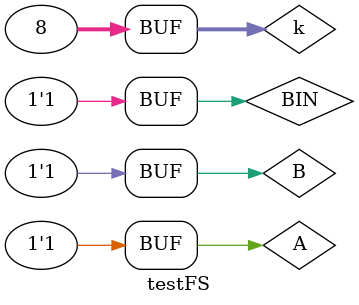
<source format=v>
module testFS();
reg A,B,BIN;
wire DIFF,BORR;
//full_subtr hs2(.a(A),.b(B),.bin(BIN),.d(DIFF),.b(BORR));
full_subtr_df hs2(.a(A),.b(B),.bin(BIN),.diff(DIFF),.bout(BORR));
integer k;
initial
begin
{A,B,BIN} = 3'b0;
for(k=0;k<8;k=k+1)
begin
#5{A,B,BIN} = k;
end
end
initial
begin
$monitor ($time,"  A B Bin = %b%b%b Difference= %b Bout = %b",A,B,BIN,DIFF,BORR);
end
endmodule

</source>
